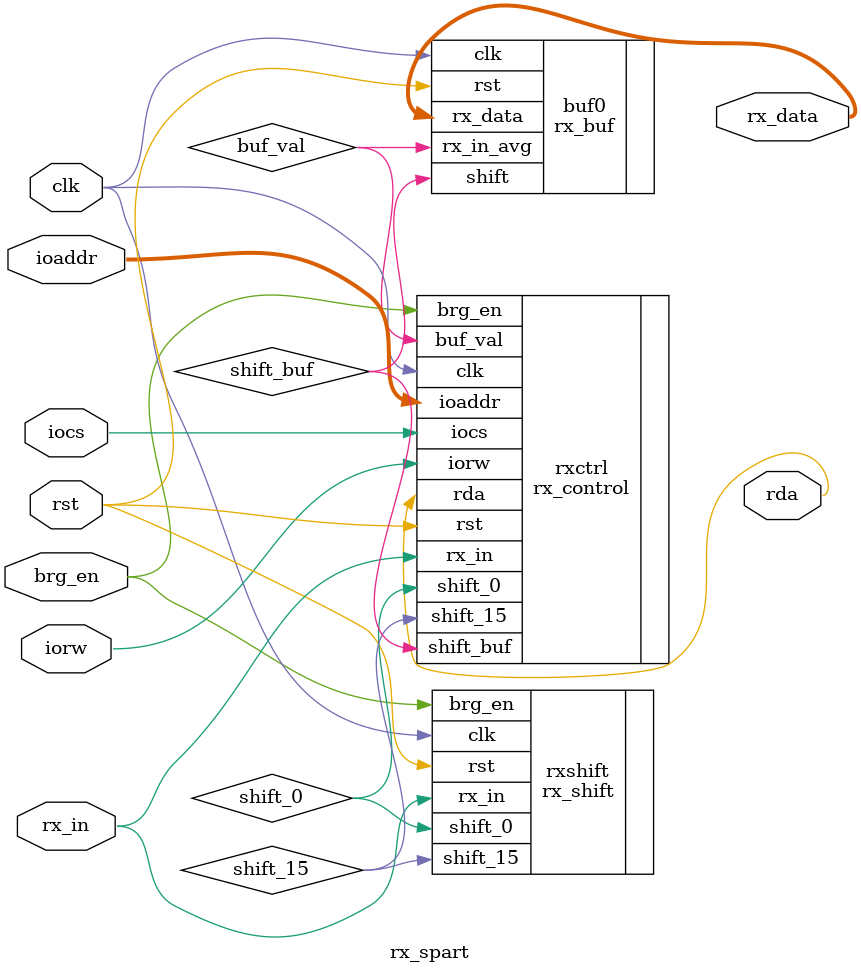
<source format=v>
`default_nettype none

module rx_spart(input wire clk, rst, rx_in, brg_en, iocs, iorw,
		input wire [1:0] ioaddr, output wire [7:0] rx_data,
		output wire rda);
	wire shift_buf, buf_val, shift_0, shift_15;

   rx_buf buf0(.clk(clk), .rst(rst), .shift(shift_buf), .rx_in_avg(buf_val),
		.rx_data(rx_data));	
	 rx_shift rxshift(.rx_in(rx_in), .clk(clk), .rst(rst), .brg_en(brg_en), 
		.shift_0(shift_0), .shift_15(shift_15));
	rx_control rxctrl(.clk(clk), .rst(rst), .brg_en(brg_en), 
		.shift_0(shift_0), .shift_15(shift_15), .iocs(iocs), 
		.iorw(iorw), .ioaddr(ioaddr), .rda(rda),
		   .shift_buf(shift_buf), .buf_val(buf_val), .rx_in(rx_in));


endmodule

</source>
